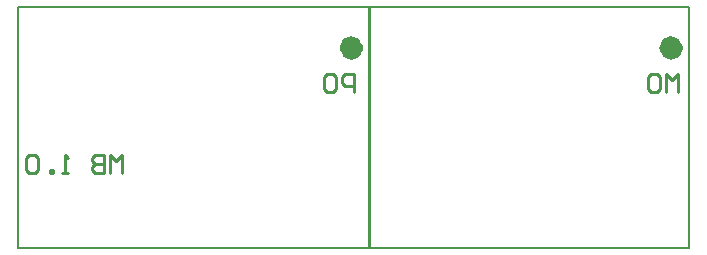
<source format=gbo>
G04*
G04 #@! TF.GenerationSoftware,Altium Limited,Altium Designer,20.0.2 (26)*
G04*
G04 Layer_Color=32896*
%FSLAX25Y25*%
%MOIN*%
G70*
G01*
G75*
%ADD10C,0.03937*%
%ADD11C,0.00787*%
%ADD12C,0.01000*%
D10*
X131811Y68425D02*
G03*
X131811Y68425I-1969J0D01*
G01*
X238386Y68425D02*
G03*
X238386Y68425I-1969J0D01*
G01*
D11*
X18749Y1850D02*
X242371D01*
Y82165D01*
X18749D02*
X242371D01*
X18749Y1850D02*
Y82165D01*
D12*
X135866Y1949D02*
Y81968D01*
X238819Y53740D02*
Y59738D01*
X236820Y57739D01*
X234820Y59738D01*
Y53740D01*
X232821Y58738D02*
X231821Y59738D01*
X229822D01*
X228822Y58738D01*
Y54740D01*
X229822Y53740D01*
X231821D01*
X232821Y54740D01*
Y58738D01*
X130827Y53740D02*
Y59738D01*
X127828D01*
X126828Y58738D01*
Y56739D01*
X127828Y55739D01*
X130827D01*
X124829Y58738D02*
X123829Y59738D01*
X121830D01*
X120830Y58738D01*
Y54740D01*
X121830Y53740D01*
X123829D01*
X124829Y54740D01*
Y58738D01*
X53386Y26811D02*
Y32809D01*
X51386Y30810D01*
X49387Y32809D01*
Y26811D01*
X47388Y32809D02*
Y26811D01*
X44389D01*
X43389Y27811D01*
Y28810D01*
X44389Y29810D01*
X47388D01*
X44389D01*
X43389Y30810D01*
Y31809D01*
X44389Y32809D01*
X47388D01*
X35392Y26811D02*
X33392D01*
X34392D01*
Y32809D01*
X35392Y31809D01*
X30393Y26811D02*
Y27811D01*
X29394D01*
Y26811D01*
X30393D01*
X25395Y31809D02*
X24395Y32809D01*
X22396D01*
X21396Y31809D01*
Y27811D01*
X22396Y26811D01*
X24395D01*
X25395Y27811D01*
Y31809D01*
M02*

</source>
